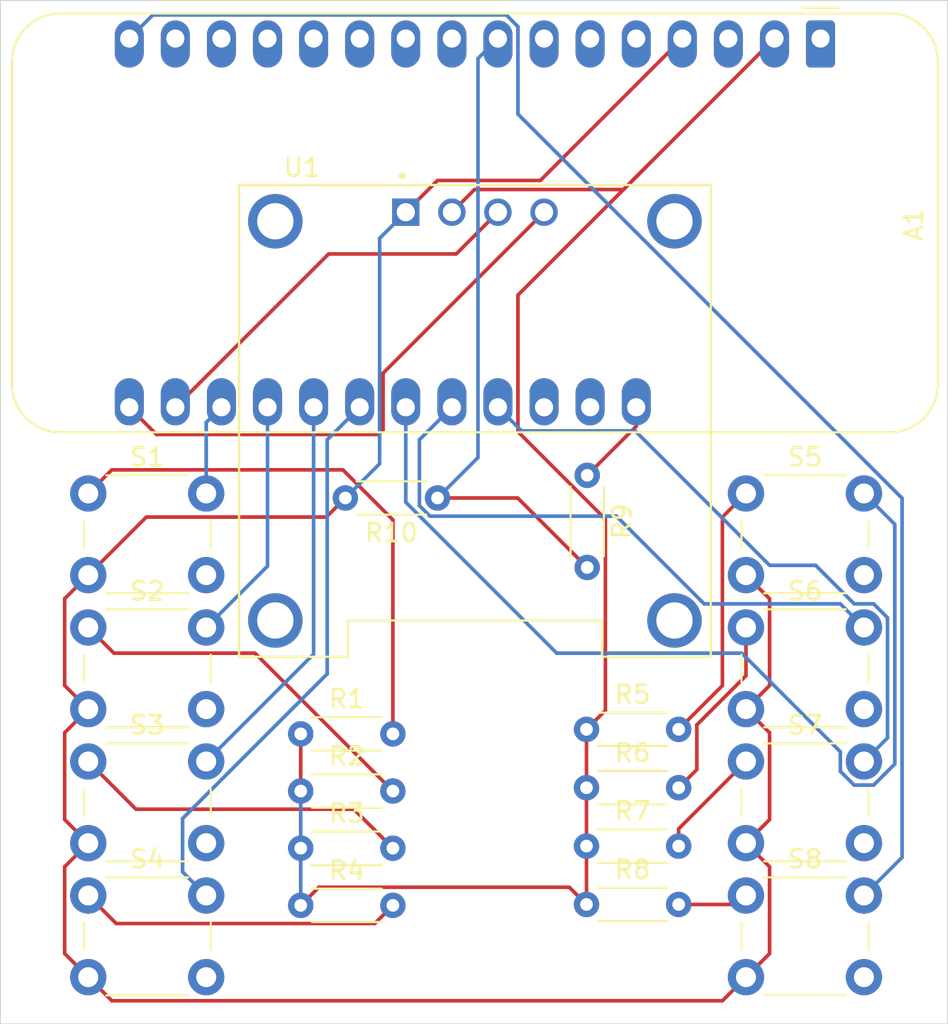
<source format=kicad_pcb>
(kicad_pcb (version 20241229) (generator "pcbnew") (generator_version "9.0")
  (layers (0 "F.Cu" signal) (2 "B.Cu" signal) (13 "F.Paste" user) (15 "B.Paste" user) (5 "F.SilkS" user "F.Silkscreen") (7 "B.SilkS" user "B.Silkscreen") (1 "F.Mask" user) (3 "B.Mask" user) (25 "Edge.Cuts" user))
  (net 0 "")
  (net 1 "Net-(A1-GND)")
  (net 2 "Net-(A1-D0)")
  (net 4 "Net-(A1-D1)")
  (net 5 "Net-(A1-SPARE)")
  (net 6 "Net-(A1-D2)")
  (net 8 "Net-(A1-D6)")
  (net 13 "Net-(A1-3V3)")
  (net 14 "Net-(A1-SCL)")
  (net 18 "Net-(A1-SDA)")
  (net 21 "Net-(A1-D3)")
  (net 23 "Net-(A1-D5)")
  (net 26 "Net-(A1-A3)")
  (net 27 "Net-(A1-VBAT)")
  (net 28 "Net-(A1-D4)")
  (net 29 "Net-(R1-Pad2)")
  (net 31 "Net-(R2-Pad2)")
  (net 32 "Net-(R3-Pad2)")
  (net 33 "Net-(R4-Pad2)")
  (net 34 "Net-(R5-Pad2)")
  (net 35 "Net-(R6-Pad2)")
  (net 36 "Net-(R7-Pad2)")
  (net 37 "Net-(R8-Pad2)")
  (footprint "Resistor_THT:R_Axial_DIN0204_L3.6mm_D1.6mm_P5.08mm_Horizontal" (layer "F.Cu") (at 140.549 120.719)
    (property "Reference" "R3" (at 2.54 -1.92 0) (layer "F.SilkS"))
    (property "Value" "10K")
    (fp_line (start 0.62 -0.92) (end 4.46 -0.92) (stroke (width 0.12)) (layer "F.SilkS"))
    (fp_line (start 0.62 0.92) (end 4.46 0.92) (stroke (width 0.12)) (layer "F.SilkS"))
    (pad "1" thru_hole circle (at 0 0) (size 1.4 1.4) (drill 0.7) (layers "*.Cu" "*.Mask") (net 13 "Net-(A1-3V3)"))
    (pad "2" thru_hole oval (at 5.08 0) (size 1.4 1.4) (drill 0.7) (layers "*.Cu" "*.Mask") (net 32 "Net-(R3-Pad2)"))
  )
  (footprint "Resistor_THT:R_Axial_DIN0204_L3.6mm_D1.6mm_P5.08mm_Horizontal" (layer "F.Cu") (at 156.299 117.385667)
    (property "Reference" "R6" (at 2.54 -1.92 0) (layer "F.SilkS"))
    (property "Value" "10K")
    (fp_line (start 0.62 -0.92) (end 4.46 -0.92) (stroke (width 0.12)) (layer "F.SilkS"))
    (fp_line (start 0.62 0.92) (end 4.46 0.92) (stroke (width 0.12)) (layer "F.SilkS"))
    (pad "1" thru_hole circle (at 0 0) (size 1.4 1.4) (drill 0.7) (layers "*.Cu" "*.Mask") (net 13 "Net-(A1-3V3)"))
    (pad "2" thru_hole oval (at 5.08 0) (size 1.4 1.4) (drill 0.7) (layers "*.Cu" "*.Mask") (net 35 "Net-(R6-Pad2)"))
  )
  (footprint "OLED 124x64:MODULE_DM-OLED096-636" (layer "F.Cu") (at 150.149 97.169)
    (property "Reference" "U1" (at -9.525 -13.97 0) (layer "F.SilkS"))
    (property "Value" "DM-OLED096-636")
    (fp_line (start -13 -13) (end 13 -13) (stroke (width 0.127)) (layer "F.SilkS"))
    (fp_line (start -13 13) (end -13 -13) (stroke (width 0.127)) (layer "F.SilkS"))
    (fp_line (start -7 11) (end -7 13) (stroke (width 0.127)) (layer "F.SilkS"))
    (fp_line (start -7 13) (end -13 13) (stroke (width 0.127)) (layer "F.SilkS"))
    (fp_line (start 7 11) (end -7 11) (stroke (width 0.127)) (layer "F.SilkS"))
    (fp_line (start 7 13) (end 7 11) (stroke (width 0.127)) (layer "F.SilkS"))
    (fp_line (start 13 -13) (end 13 13) (stroke (width 0.127)) (layer "F.SilkS"))
    (fp_line (start 13 13) (end 7 13) (stroke (width 0.127)) (layer "F.SilkS"))
    (fp_circle (center -4 -13.5) (end -3.9 -13.5) (stroke (width 0.2)) (fill no) (layer "F.SilkS"))
    (pad "1" thru_hole rect (at -3.81 -11.5) (size 1.508 1.508) (drill 1) (layers "*.Cu" "*.Mask") (net 1 "Net-(A1-GND)"))
    (pad "2" thru_hole circle (at -1.27 -11.5) (size 1.508 1.508) (drill 1) (layers "*.Cu" "*.Mask") (net 13 "Net-(A1-3V3)"))
    (pad "3" thru_hole circle (at 1.27 -11.5) (size 1.508 1.508) (drill 1) (layers "*.Cu" "*.Mask") (net 14 "Net-(A1-SCL)"))
    (pad "4" thru_hole circle (at 3.81 -11.5) (size 1.508 1.508) (drill 1) (layers "*.Cu" "*.Mask") (net 18 "Net-(A1-SDA)"))
    (pad "S1" thru_hole circle (at -11 -11) (size 3 3) (drill 2) (layers "*.Cu" "*.Mask"))
    (pad "S2" thru_hole circle (at 11 -11) (size 3 3) (drill 2) (layers "*.Cu" "*.Mask"))
    (pad "S3" thru_hole circle (at 11 11) (size 3 3) (drill 2) (layers "*.Cu" "*.Mask"))
    (pad "S4" thru_hole circle (at -11 11) (size 3 3) (drill 2) (layers "*.Cu" "*.Mask"))
  )
  (footprint "Button propper pads:SW_PUSH_6mm_H4.3mm(PROPERBUTTON)" (layer "F.Cu") (at 165.089 115.940429)
    (property "Reference" "S7" (at 3.25 -2 0) (layer "F.SilkS"))
    (property "Value" "TS02-66-70-BK-100-LCR-D" (hide yes))
    (fp_line (start -0.25 1.5) (end -0.25 3) (stroke (width 0.12)) (layer "F.SilkS"))
    (fp_line (start 1 5.5) (end 5.5 5.5) (stroke (width 0.12)) (layer "F.SilkS"))
    (fp_line (start 5.5 -1) (end 1 -1) (stroke (width 0.12)) (layer "F.SilkS"))
    (fp_line (start 6.75 3) (end 6.75 1.5) (stroke (width 0.12)) (layer "F.SilkS"))
    (pad "1" thru_hole circle (at 0 0 90) (size 2 2) (drill 1.1) (layers "*.Cu" "*.Mask") (net 36 "Net-(R7-Pad2)"))
    (pad "2" thru_hole circle (at 6.5 0 90) (size 2 2) (drill 1.1) (layers "*.Cu" "*.Mask") (net 8 "Net-(A1-D6)"))
    (pad "3" thru_hole circle (at 0 4.5 90) (size 2 2) (drill 1.1) (layers "*.Cu" "*.Mask") (net 1 "Net-(A1-GND)"))
    (pad "4" thru_hole circle (at 6.5 4.5 90) (size 2 2) (drill 1.1) (layers "*.Cu" "*.Mask"))
  )
  (footprint "Button propper pads:SW_PUSH_6mm_H4.3mm(PROPERBUTTON)" (layer "F.Cu") (at 165.089 123.326143)
    (property "Reference" "S8" (at 3.25 -2 0) (layer "F.SilkS"))
    (property "Value" "TS02-66-70-BK-100-LCR-D" (hide yes))
    (fp_line (start -0.25 1.5) (end -0.25 3) (stroke (width 0.12)) (layer "F.SilkS"))
    (fp_line (start 1 5.5) (end 5.5 5.5) (stroke (width 0.12)) (layer "F.SilkS"))
    (fp_line (start 5.5 -1) (end 1 -1) (stroke (width 0.12)) (layer "F.SilkS"))
    (fp_line (start 6.75 3) (end 6.75 1.5) (stroke (width 0.12)) (layer "F.SilkS"))
    (pad "1" thru_hole circle (at 0 0 90) (size 2 2) (drill 1.1) (layers "*.Cu" "*.Mask") (net 37 "Net-(R8-Pad2)"))
    (pad "2" thru_hole circle (at 6.5 0 90) (size 2 2) (drill 1.1) (layers "*.Cu" "*.Mask") (net 5 "Net-(A1-SPARE)"))
    (pad "3" thru_hole circle (at 0 4.5 90) (size 2 2) (drill 1.1) (layers "*.Cu" "*.Mask") (net 1 "Net-(A1-GND)"))
    (pad "4" thru_hole circle (at 6.5 4.5 90) (size 2 2) (drill 1.1) (layers "*.Cu" "*.Mask"))
  )
  (footprint "Resistor_THT:R_Axial_DIN0204_L3.6mm_D1.6mm_P5.08mm_Horizontal" (layer "F.Cu") (at 140.549 123.869)
    (property "Reference" "R4" (at 2.54 -1.92 0) (layer "F.SilkS"))
    (property "Value" "10K")
    (fp_line (start 0.62 -0.92) (end 4.46 -0.92) (stroke (width 0.12)) (layer "F.SilkS"))
    (fp_line (start 0.62 0.92) (end 4.46 0.92) (stroke (width 0.12)) (layer "F.SilkS"))
    (pad "1" thru_hole circle (at 0 0) (size 1.4 1.4) (drill 0.7) (layers "*.Cu" "*.Mask") (net 13 "Net-(A1-3V3)"))
    (pad "2" thru_hole oval (at 5.08 0) (size 1.4 1.4) (drill 0.7) (layers "*.Cu" "*.Mask") (net 33 "Net-(R4-Pad2)"))
  )
  (footprint "Button propper pads:SW_PUSH_6mm_H4.3mm(PROPERBUTTON)" (layer "F.Cu") (at 128.839 115.940429)
    (property "Reference" "S3" (at 3.25 -2 0) (layer "F.SilkS"))
    (property "Value" "TS02-66-70-BK-100-LCR-D" (hide yes))
    (fp_line (start -0.25 1.5) (end -0.25 3) (stroke (width 0.12)) (layer "F.SilkS"))
    (fp_line (start 1 5.5) (end 5.5 5.5) (stroke (width 0.12)) (layer "F.SilkS"))
    (fp_line (start 5.5 -1) (end 1 -1) (stroke (width 0.12)) (layer "F.SilkS"))
    (fp_line (start 6.75 3) (end 6.75 1.5) (stroke (width 0.12)) (layer "F.SilkS"))
    (pad "1" thru_hole circle (at 0 0 90) (size 2 2) (drill 1.1) (layers "*.Cu" "*.Mask") (net 32 "Net-(R3-Pad2)"))
    (pad "2" thru_hole circle (at 6.5 0 90) (size 2 2) (drill 1.1) (layers "*.Cu" "*.Mask") (net 6 "Net-(A1-D2)"))
    (pad "3" thru_hole circle (at 0 4.5 90) (size 2 2) (drill 1.1) (layers "*.Cu" "*.Mask") (net 1 "Net-(A1-GND)"))
    (pad "4" thru_hole circle (at 6.5 4.5 90) (size 2 2) (drill 1.1) (layers "*.Cu" "*.Mask"))
  )
  (footprint "Resistor_THT:R_Axial_DIN0204_L3.6mm_D1.6mm_P5.08mm_Horizontal" (layer "F.Cu") (at 140.549 114.419)
    (property "Reference" "R1" (at 2.54 -1.92 0) (layer "F.SilkS"))
    (property "Value" "10K")
    (fp_line (start 0.62 -0.92) (end 4.46 -0.92) (stroke (width 0.12)) (layer "F.SilkS"))
    (fp_line (start 0.62 0.92) (end 4.46 0.92) (stroke (width 0.12)) (layer "F.SilkS"))
    (pad "1" thru_hole circle (at 0 0) (size 1.4 1.4) (drill 0.7) (layers "*.Cu" "*.Mask") (net 13 "Net-(A1-3V3)"))
    (pad "2" thru_hole oval (at 5.08 0) (size 1.4 1.4) (drill 0.7) (layers "*.Cu" "*.Mask") (net 29 "Net-(R1-Pad2)"))
  )
  (footprint "Module:Adafruit_Feather" (layer "F.Cu") (at 169.199 76.099 -90)
    (property "Reference" "A1" (at 10.25 -5.13 90) (layer "F.SilkS"))
    (property "Value" "Adafruit_Feather_Generic")
    (fp_line (start 19.05 44.56) (end 1.27 44.56) (stroke (width 0.12)) (layer "F.SilkS"))
    (fp_line (start -1.7 1) (end -1.7 -1) (stroke (width 0.12)) (layer "F.SilkS"))
    (fp_line (start -1.38 -3.81) (end -1.38 41.91) (stroke (width 0.12)) (layer "F.SilkS"))
    (fp_line (start 21.7 -3.81) (end 21.7 41.91) (stroke (width 0.12)) (layer "F.SilkS"))
    (fp_line (start 19.05 -6.46) (end 1.27 -6.46) (stroke (width 0.12)) (layer "F.SilkS"))
    (fp_arc (start 1.27 44.56) (mid -0.603833 43.783833) (end -1.38 41.91) (stroke (width 0.12)) (layer "F.SilkS"))
    (fp_arc (start 21.7 41.91) (mid 20.923833 43.783833) (end 19.05 44.56) (stroke (width 0.12)) (layer "F.SilkS"))
    (fp_arc (start -1.38 -3.81) (mid -0.603833 -5.683833) (end 1.27 -6.46) (stroke (width 0.12)) (layer "F.SilkS"))
    (fp_arc (start 19.05 -6.46) (mid 20.923833 -5.683833) (end 21.7 -3.81) (stroke (width 0.12)) (layer "F.SilkS"))
    (pad "1" thru_hole roundrect (at 0 0 270) (size 2.6 1.6) (drill 1 (offset 0.3 0)) (layers "*.Cu" "*.Mask") (roundrect_rratio 0.15625))
    (pad "2" thru_hole oval (at 0 2.54 270) (size 2.6 1.6) (drill 1 (offset 0.3 0)) (layers "*.Cu" "*.Mask") (net 13 "Net-(A1-3V3)"))
    (pad "3" thru_hole oval (at 0 5.08 270) (size 2.6 1.6) (drill 1 (offset 0.3 0)) (layers "*.Cu" "*.Mask"))
    (pad "4" thru_hole oval (at 0 7.62 270) (size 2.6 1.6) (drill 1 (offset 0.3 0)) (layers "*.Cu" "*.Mask") (net 1 "Net-(A1-GND)"))
    (pad "5" thru_hole oval (at 0 10.16 270) (size 2.6 1.6) (drill 1 (offset 0.3 0)) (layers "*.Cu" "*.Mask"))
    (pad "6" thru_hole oval (at 0 12.7 270) (size 2.6 1.6) (drill 1 (offset 0.3 0)) (layers "*.Cu" "*.Mask"))
    (pad "7" thru_hole oval (at 0 15.24 270) (size 2.6 1.6) (drill 1 (offset 0.3 0)) (layers "*.Cu" "*.Mask"))
    (pad "8" thru_hole oval (at 0 17.78 270) (size 2.6 1.6) (drill 1 (offset 0.3 0)) (layers "*.Cu" "*.Mask") (net 26 "Net-(A1-A3)"))
    (pad "9" thru_hole oval (at 0 20.32 270) (size 2.6 1.6) (drill 1 (offset 0.3 0)) (layers "*.Cu" "*.Mask"))
    (pad "10" thru_hole oval (at 0 22.86 270) (size 2.6 1.6) (drill 1 (offset 0.3 0)) (layers "*.Cu" "*.Mask"))
    (pad "11" thru_hole oval (at 0 25.4 270) (size 2.6 1.6) (drill 1 (offset 0.3 0)) (layers "*.Cu" "*.Mask"))
    (pad "12" thru_hole oval (at 0 27.94 270) (size 2.6 1.6) (drill 1 (offset 0.3 0)) (layers "*.Cu" "*.Mask"))
    (pad "13" thru_hole oval (at 0 30.48 270) (size 2.6 1.6) (drill 1 (offset 0.3 0)) (layers "*.Cu" "*.Mask"))
    (pad "14" thru_hole oval (at 0 33.02 270) (size 2.6 1.6) (drill 1 (offset 0.3 0)) (layers "*.Cu" "*.Mask"))
    (pad "15" thru_hole oval (at 0 35.56 270) (size 2.6 1.6) (drill 1 (offset 0.3 0)) (layers "*.Cu" "*.Mask"))
    (pad "16" thru_hole oval (at 0 38.1 270) (size 2.6 1.6) (drill 1 (offset 0.3 0)) (layers "*.Cu" "*.Mask") (net 5 "Net-(A1-SPARE)"))
    (pad "17" thru_hole oval (at 20.32 38.1 90) (size 2.6 1.6) (drill 1 (offset 0.3 0)) (layers "*.Cu" "*.Mask") (net 18 "Net-(A1-SDA)"))
    (pad "18" thru_hole oval (at 20.32 35.56 90) (size 2.6 1.6) (drill 1 (offset 0.3 0)) (layers "*.Cu" "*.Mask") (net 14 "Net-(A1-SCL)"))
    (pad "19" thru_hole oval (at 20.32 33.02 90) (size 2.6 1.6) (drill 1 (offset 0.3 0)) (layers "*.Cu" "*.Mask") (net 2 "Net-(A1-D0)"))
    (pad "20" thru_hole oval (at 20.32 30.48 90) (size 2.6 1.6) (drill 1 (offset 0.3 0)) (layers "*.Cu" "*.Mask") (net 4 "Net-(A1-D1)"))
    (pad "21" thru_hole oval (at 20.32 27.94 90) (size 2.6 1.6) (drill 1 (offset 0.3 0)) (layers "*.Cu" "*.Mask") (net 6 "Net-(A1-D2)"))
    (pad "22" thru_hole oval (at 20.32 25.4 90) (size 2.6 1.6) (drill 1 (offset 0.3 0)) (layers "*.Cu" "*.Mask") (net 21 "Net-(A1-D3)"))
    (pad "23" thru_hole oval (at 20.32 22.86 90) (size 2.6 1.6) (drill 1 (offset 0.3 0)) (layers "*.Cu" "*.Mask") (net 28 "Net-(A1-D4)"))
    (pad "24" thru_hole oval (at 20.32 20.32 90) (size 2.6 1.6) (drill 1 (offset 0.3 0)) (layers "*.Cu" "*.Mask") (net 23 "Net-(A1-D5)"))
    (pad "25" thru_hole oval (at 20.32 17.78 90) (size 2.6 1.6) (drill 1 (offset 0.3 0)) (layers "*.Cu" "*.Mask") (net 8 "Net-(A1-D6)"))
    (pad "26" thru_hole oval (at 20.32 15.24 90) (size 2.6 1.6) (drill 1 (offset 0.3 0)) (layers "*.Cu" "*.Mask"))
    (pad "27" thru_hole oval (at 20.32 12.7 90) (size 2.6 1.6) (drill 1 (offset 0.3 0)) (layers "*.Cu" "*.Mask"))
    (pad "28" thru_hole oval (at 20.32 10.16 90) (size 2.6 1.6) (drill 1 (offset 0.3 0)) (layers "*.Cu" "*.Mask") (net 27 "Net-(A1-VBAT)"))
  )
  (footprint "Resistor_THT:R_Axial_DIN0204_L3.6mm_D1.6mm_P5.08mm_Horizontal" (layer "F.Cu") (at 156.299 114.169)
    (property "Reference" "R5" (at 2.54 -1.92 0) (layer "F.SilkS"))
    (property "Value" "10K")
    (fp_line (start 0.62 -0.92) (end 4.46 -0.92) (stroke (width 0.12)) (layer "F.SilkS"))
    (fp_line (start 0.62 0.92) (end 4.46 0.92) (stroke (width 0.12)) (layer "F.SilkS"))
    (pad "1" thru_hole circle (at 0 0) (size 1.4 1.4) (drill 0.7) (layers "*.Cu" "*.Mask") (net 13 "Net-(A1-3V3)"))
    (pad "2" thru_hole oval (at 5.08 0) (size 1.4 1.4) (drill 0.7) (layers "*.Cu" "*.Mask") (net 34 "Net-(R5-Pad2)"))
  )
  (footprint "Button propper pads:SW_PUSH_6mm_H4.3mm(PROPERBUTTON)" (layer "F.Cu") (at 128.839 101.169)
    (property "Reference" "S1" (at 3.25 -2 0) (layer "F.SilkS"))
    (property "Value" "TS02-66-70-BK-100-LCR-D" (hide yes))
    (fp_line (start -0.25 1.5) (end -0.25 3) (stroke (width 0.12)) (layer "F.SilkS"))
    (fp_line (start 1 5.5) (end 5.5 5.5) (stroke (width 0.12)) (layer "F.SilkS"))
    (fp_line (start 5.5 -1) (end 1 -1) (stroke (width 0.12)) (layer "F.SilkS"))
    (fp_line (start 6.75 3) (end 6.75 1.5) (stroke (width 0.12)) (layer "F.SilkS"))
    (pad "1" thru_hole circle (at 0 0 90) (size 2 2) (drill 1.1) (layers "*.Cu" "*.Mask") (net 29 "Net-(R1-Pad2)"))
    (pad "2" thru_hole circle (at 6.5 0 90) (size 2 2) (drill 1.1) (layers "*.Cu" "*.Mask") (net 2 "Net-(A1-D0)"))
    (pad "3" thru_hole circle (at 0 4.5 90) (size 2 2) (drill 1.1) (layers "*.Cu" "*.Mask") (net 1 "Net-(A1-GND)"))
    (pad "4" thru_hole circle (at 6.5 4.5 90) (size 2 2) (drill 1.1) (layers "*.Cu" "*.Mask"))
  )
  (footprint "Resistor_THT:R_Axial_DIN0204_L3.6mm_D1.6mm_P5.08mm_Horizontal" (layer "F.Cu") (at 156.339 100.169 -90)
    (property "Reference" "R9" (at 2.54 -1.92 90) (layer "F.SilkS"))
    (property "Value" "100k")
    (fp_line (start 0.62 0.92) (end 4.46 0.92) (stroke (width 0.12)) (layer "F.SilkS"))
    (fp_line (start 0.62 -0.92) (end 4.46 -0.92) (stroke (width 0.12)) (layer "F.SilkS"))
    (pad "1" thru_hole circle (at 0 0 270) (size 1.4 1.4) (drill 0.7) (layers "*.Cu" "*.Mask") (net 27 "Net-(A1-VBAT)"))
    (pad "2" thru_hole oval (at 5.08 0 270) (size 1.4 1.4) (drill 0.7) (layers "*.Cu" "*.Mask") (net 26 "Net-(A1-A3)"))
  )
  (footprint "Button propper pads:SW_PUSH_6mm_H4.3mm(PROPERBUTTON)" (layer "F.Cu") (at 128.839 108.554714)
    (property "Reference" "S2" (at 3.25 -2 0) (layer "F.SilkS"))
    (property "Value" "TS02-66-70-BK-100-LCR-D" (hide yes))
    (fp_line (start -0.25 1.5) (end -0.25 3) (stroke (width 0.12)) (layer "F.SilkS"))
    (fp_line (start 1 5.5) (end 5.5 5.5) (stroke (width 0.12)) (layer "F.SilkS"))
    (fp_line (start 5.5 -1) (end 1 -1) (stroke (width 0.12)) (layer "F.SilkS"))
    (fp_line (start 6.75 3) (end 6.75 1.5) (stroke (width 0.12)) (layer "F.SilkS"))
    (pad "1" thru_hole circle (at 0 0 90) (size 2 2) (drill 1.1) (layers "*.Cu" "*.Mask") (net 31 "Net-(R2-Pad2)"))
    (pad "2" thru_hole circle (at 6.5 0 90) (size 2 2) (drill 1.1) (layers "*.Cu" "*.Mask") (net 4 "Net-(A1-D1)"))
    (pad "3" thru_hole circle (at 0 4.5 90) (size 2 2) (drill 1.1) (layers "*.Cu" "*.Mask") (net 1 "Net-(A1-GND)"))
    (pad "4" thru_hole circle (at 6.5 4.5 90) (size 2 2) (drill 1.1) (layers "*.Cu" "*.Mask"))
  )
  (footprint "Resistor_THT:R_Axial_DIN0204_L3.6mm_D1.6mm_P5.08mm_Horizontal" (layer "F.Cu") (at 156.299 120.602333)
    (property "Reference" "R7" (at 2.54 -1.92 0) (layer "F.SilkS"))
    (property "Value" "10K")
    (fp_line (start 0.62 -0.92) (end 4.46 -0.92) (stroke (width 0.12)) (layer "F.SilkS"))
    (fp_line (start 0.62 0.92) (end 4.46 0.92) (stroke (width 0.12)) (layer "F.SilkS"))
    (pad "1" thru_hole circle (at 0 0) (size 1.4 1.4) (drill 0.7) (layers "*.Cu" "*.Mask") (net 13 "Net-(A1-3V3)"))
    (pad "2" thru_hole oval (at 5.08 0) (size 1.4 1.4) (drill 0.7) (layers "*.Cu" "*.Mask") (net 36 "Net-(R7-Pad2)"))
  )
  (footprint "Resistor_THT:R_Axial_DIN0204_L3.6mm_D1.6mm_P5.08mm_Horizontal" (layer "F.Cu") (at 148.089 101.419 180)
    (property "Reference" "R10" (at 2.54 -1.92 0) (layer "F.SilkS"))
    (property "Value" "100k")
    (fp_line (start 0.62 0.92) (end 4.46 0.92) (stroke (width 0.12)) (layer "F.SilkS"))
    (fp_line (start 0.62 -0.92) (end 4.46 -0.92) (stroke (width 0.12)) (layer "F.SilkS"))
    (pad "1" thru_hole circle (at 0 0 180) (size 1.4 1.4) (drill 0.7) (layers "*.Cu" "*.Mask") (net 26 "Net-(A1-A3)"))
    (pad "2" thru_hole oval (at 5.08 0 180) (size 1.4 1.4) (drill 0.7) (layers "*.Cu" "*.Mask") (net 1 "Net-(A1-GND)"))
  )
  (footprint "Button propper pads:SW_PUSH_6mm_H4.3mm(PROPERBUTTON)" (layer "F.Cu") (at 128.839 123.326143)
    (property "Reference" "S4" (at 3.25 -2 0) (layer "F.SilkS"))
    (property "Value" "TS02-66-70-BK-100-LCR-D" (hide yes))
    (fp_line (start -0.25 1.5) (end -0.25 3) (stroke (width 0.12)) (layer "F.SilkS"))
    (fp_line (start 1 5.5) (end 5.5 5.5) (stroke (width 0.12)) (layer "F.SilkS"))
    (fp_line (start 5.5 -1) (end 1 -1) (stroke (width 0.12)) (layer "F.SilkS"))
    (fp_line (start 6.75 3) (end 6.75 1.5) (stroke (width 0.12)) (layer "F.SilkS"))
    (pad "1" thru_hole circle (at 0 0 90) (size 2 2) (drill 1.1) (layers "*.Cu" "*.Mask") (net 33 "Net-(R4-Pad2)"))
    (pad "2" thru_hole circle (at 6.5 0 90) (size 2 2) (drill 1.1) (layers "*.Cu" "*.Mask") (net 21 "Net-(A1-D3)"))
    (pad "3" thru_hole circle (at 0 4.5 90) (size 2 2) (drill 1.1) (layers "*.Cu" "*.Mask") (net 1 "Net-(A1-GND)"))
    (pad "4" thru_hole circle (at 6.5 4.5 90) (size 2 2) (drill 1.1) (layers "*.Cu" "*.Mask"))
  )
  (footprint "Button propper pads:SW_PUSH_6mm_H4.3mm(PROPERBUTTON)" (layer "F.Cu") (at 165.089 108.554714)
    (property "Reference" "S6" (at 3.25 -2 0) (layer "F.SilkS"))
    (property "Value" "TS02-66-70-BK-100-LCR-D" (hide yes))
    (fp_line (start -0.25 1.5) (end -0.25 3) (stroke (width 0.12)) (layer "F.SilkS"))
    (fp_line (start 1 5.5) (end 5.5 5.5) (stroke (width 0.12)) (layer "F.SilkS"))
    (fp_line (start 5.5 -1) (end 1 -1) (stroke (width 0.12)) (layer "F.SilkS"))
    (fp_line (start 6.75 3) (end 6.75 1.5) (stroke (width 0.12)) (layer "F.SilkS"))
    (pad "1" thru_hole circle (at 0 0 90) (size 2 2) (drill 1.1) (layers "*.Cu" "*.Mask") (net 35 "Net-(R6-Pad2)"))
    (pad "2" thru_hole circle (at 6.5 0 90) (size 2 2) (drill 1.1) (layers "*.Cu" "*.Mask") (net 23 "Net-(A1-D5)"))
    (pad "3" thru_hole circle (at 0 4.5 90) (size 2 2) (drill 1.1) (layers "*.Cu" "*.Mask") (net 1 "Net-(A1-GND)"))
    (pad "4" thru_hole circle (at 6.5 4.5 90) (size 2 2) (drill 1.1) (layers "*.Cu" "*.Mask"))
  )
  (footprint "Resistor_THT:R_Axial_DIN0204_L3.6mm_D1.6mm_P5.08mm_Horizontal" (layer "F.Cu") (at 140.549 117.569)
    (property "Reference" "R2" (at 2.54 -1.92 0) (layer "F.SilkS"))
    (property "Value" "10K")
    (fp_line (start 0.62 -0.92) (end 4.46 -0.92) (stroke (width 0.12)) (layer "F.SilkS"))
    (fp_line (start 0.62 0.92) (end 4.46 0.92) (stroke (width 0.12)) (layer "F.SilkS"))
    (pad "1" thru_hole circle (at 0 0) (size 1.4 1.4) (drill 0.7) (layers "*.Cu" "*.Mask") (net 13 "Net-(A1-3V3)"))
    (pad "2" thru_hole oval (at 5.08 0) (size 1.4 1.4) (drill 0.7) (layers "*.Cu" "*.Mask") (net 31 "Net-(R2-Pad2)"))
  )
  (footprint "Resistor_THT:R_Axial_DIN0204_L3.6mm_D1.6mm_P5.08mm_Horizontal" (layer "F.Cu") (at 156.299 123.819)
    (property "Reference" "R8" (at 2.54 -1.92 0) (layer "F.SilkS"))
    (property "Value" "10K")
    (fp_line (start 0.62 -0.92) (end 4.46 -0.92) (stroke (width 0.12)) (layer "F.SilkS"))
    (fp_line (start 0.62 0.92) (end 4.46 0.92) (stroke (width 0.12)) (layer "F.SilkS"))
    (pad "1" thru_hole circle (at 0 0) (size 1.4 1.4) (drill 0.7) (layers "*.Cu" "*.Mask") (net 13 "Net-(A1-3V3)"))
    (pad "2" thru_hole oval (at 5.08 0) (size 1.4 1.4) (drill 0.7) (layers "*.Cu" "*.Mask") (net 37 "Net-(R8-Pad2)"))
  )
  (footprint "Button propper pads:SW_PUSH_6mm_H4.3mm(PROPERBUTTON)" (layer "F.Cu") (at 165.089 101.169)
    (property "Reference" "S5" (at 3.25 -2 0) (layer "F.SilkS"))
    (property "Value" "TS02-66-70-BK-100-LCR-D" (hide yes))
    (fp_line (start -0.25 1.5) (end -0.25 3) (stroke (width 0.12)) (layer "F.SilkS"))
    (fp_line (start 1 5.5) (end 5.5 5.5) (stroke (width 0.12)) (layer "F.SilkS"))
    (fp_line (start 5.5 -1) (end 1 -1) (stroke (width 0.12)) (layer "F.SilkS"))
    (fp_line (start 6.75 3) (end 6.75 1.5) (stroke (width 0.12)) (layer "F.SilkS"))
    (pad "1" thru_hole circle (at 0 0 90) (size 2 2) (drill 1.1) (layers "*.Cu" "*.Mask") (net 34 "Net-(R5-Pad2)"))
    (pad "2" thru_hole circle (at 6.5 0 90) (size 2 2) (drill 1.1) (layers "*.Cu" "*.Mask") (net 28 "Net-(A1-D4)"))
    (pad "3" thru_hole circle (at 0 4.5 90) (size 2 2) (drill 1.1) (layers "*.Cu" "*.Mask") (net 1 "Net-(A1-GND)"))
    (pad "4" thru_hole circle (at 6.5 4.5 90) (size 2 2) (drill 1.1) (layers "*.Cu" "*.Mask"))
  )
  (gr_rect (start 124 74) (end 176.2 130.4) (stroke (width 0.05)) (fill no) (layer "Edge.Cuts"))
  (segment (start 166.39 114.355714) (end 165.089 113.054714) (width 0.2) (layer "F.Cu") (net 1))
  (segment (start 127.538 126.525143) (end 128.839 127.826143) (width 0.2) (layer "F.Cu") (net 1))
  (segment (start 166.39 126.525143) (end 166.39 121.741429) (width 0.2) (layer "F.Cu") (net 1))
  (segment (start 128.839 113.054714) (end 127.538 114.355714) (width 0.2) (layer "F.Cu") (net 1))
  (segment (start 128.839 120.440429) (end 127.538 121.741429) (width 0.2) (layer "F.Cu") (net 1))
  (segment (start 166.39 121.741429) (end 165.089 120.440429) (width 0.2) (layer "F.Cu") (net 1))
  (segment (start 128.839 105.669) (end 127.538 106.97) (width 0.2) (layer "F.Cu") (net 1))
  (segment (start 166.39 119.139429) (end 166.39 114.355714) (width 0.2) (layer "F.Cu") (net 1))
  (segment (start 148.089 83.919) (end 153.759 83.919) (width 0.2) (layer "F.Cu") (net 1))
  (segment (start 127.538 106.97) (end 127.538 111.753714) (width 0.2) (layer "F.Cu") (net 1))
  (segment (start 127.538 119.139429) (end 128.839 120.440429) (width 0.2) (layer "F.Cu") (net 1))
  (segment (start 130.14 129.127143) (end 163.788 129.127143) (width 0.2) (layer "F.Cu") (net 1))
  (segment (start 166.39 106.97) (end 165.089 105.669) (width 0.2) (layer "F.Cu") (net 1))
  (segment (start 132.038 102.47) (end 128.839 105.669) (width 0.2) (layer "F.Cu") (net 1))
  (segment (start 165.089 127.826143) (end 166.39 126.525143) (width 0.2) (layer "F.Cu") (net 1))
  (segment (start 146.339 85.669) (end 148.089 83.919) (width 0.2) (layer "F.Cu") (net 1))
  (segment (start 141.958 102.47) (end 132.038 102.47) (width 0.2) (layer "F.Cu") (net 1))
  (segment (start 143.009 101.419) (end 141.958 102.47) (width 0.2) (layer "F.Cu") (net 1))
  (segment (start 127.538 121.741429) (end 127.538 126.525143) (width 0.2) (layer "F.Cu") (net 1))
  (segment (start 128.839 127.826143) (end 130.14 129.127143) (width 0.2) (layer "F.Cu") (net 1))
  (segment (start 153.759 83.919) (end 161.579 76.099) (width 0.2) (layer "F.Cu") (net 1))
  (segment (start 166.39 111.753714) (end 166.39 106.97) (width 0.2) (layer "F.Cu") (net 1))
  (segment (start 127.538 114.355714) (end 127.538 119.139429) (width 0.2) (layer "F.Cu") (net 1))
  (segment (start 163.788 129.127143) (end 165.089 127.826143) (width 0.2) (layer "F.Cu") (net 1))
  (segment (start 127.538 111.753714) (end 128.839 113.054714) (width 0.2) (layer "F.Cu") (net 1))
  (segment (start 165.089 120.440429) (end 166.39 119.139429) (width 0.2) (layer "F.Cu") (net 1))
  (segment (start 165.089 113.054714) (end 166.39 111.753714) (width 0.2) (layer "F.Cu") (net 1))
  (segment (start 144.9 99.528) (end 144.9 87.108) (width 0.2) (layer "B.Cu") (net 1))
  (segment (start 144.9 87.108) (end 146.339 85.669) (width 0.2) (layer "B.Cu") (net 1))
  (segment (start 143.009 101.419) (end 144.9 99.528) (width 0.2) (layer "B.Cu") (net 1))
  (segment (start 135.339 97.259) (end 136.179 96.419) (width 0.2) (layer "B.Cu") (net 2))
  (segment (start 135.339 101.169) (end 135.339 97.259) (width 0.2) (layer "B.Cu") (net 2))
  (segment (start 135.339 108.554714) (end 138.719 105.174714) (width 0.2) (layer "B.Cu") (net 4))
  (segment (start 138.719 105.174714) (end 138.719 96.419) (width 0.2) (layer "B.Cu") (net 4))
  (segment (start 173.692 121.223143) (end 173.692 101.432108) (width 0.2) (layer "B.Cu") (net 5))
  (segment (start 171.589 123.326143) (end 173.692 121.223143) (width 0.2) (layer "B.Cu") (net 5))
  (segment (start 151.875049 74.798) (end 132.4 74.798) (width 0.2) (layer "B.Cu") (net 5))
  (segment (start 132.4 74.798) (end 131.099 76.099) (width 0.2) (layer "B.Cu") (net 5))
  (segment (start 152.52 80.260108) (end 152.52 75.442951) (width 0.2) (layer "B.Cu") (net 5))
  (segment (start 173.692 101.432108) (end 152.52 80.260108) (width 0.2) (layer "B.Cu") (net 5))
  (segment (start 152.52 75.442951) (end 151.875049 74.798) (width 0.2) (layer "B.Cu") (net 5))
  (segment (start 135.339 115.940429) (end 141.259 110.020429) (width 0.2) (layer "B.Cu") (net 6))
  (segment (start 141.259 110.020429) (end 141.259 96.419) (width 0.2) (layer "B.Cu") (net 6))
  (segment (start 172.127892 107.253714) (end 171.050108 107.253714) (width 0.2) (layer "B.Cu") (net 8))
  (segment (start 158.979892 97.72) (end 152.72 97.72) (width 0.2) (layer "B.Cu") (net 8))
  (segment (start 168.926502 105.130108) (end 166.39 105.130108) (width 0.2) (layer "B.Cu") (net 8))
  (segment (start 171.050108 107.253714) (end 168.926502 105.130108) (width 0.2) (layer "B.Cu") (net 8))
  (segment (start 166.39 105.130108) (end 158.979892 97.72) (width 0.2) (layer "B.Cu") (net 8))
  (segment (start 171.589 115.940429) (end 172.89 114.639429) (width 0.2) (layer "B.Cu") (net 8))
  (segment (start 172.89 114.639429) (end 172.89 108.015822) (width 0.2) (layer "B.Cu") (net 8))
  (segment (start 172.89 108.015822) (end 172.127892 107.253714) (width 0.2) (layer "B.Cu") (net 8))
  (segment (start 152.72 97.72) (end 151.419 96.419) (width 0.2) (layer "B.Cu") (net 8))
  (segment (start 156.299 123.819) (end 156.299 120.602333) (width 0.2) (layer "F.Cu") (net 13))
  (segment (start 150.129 84.419) (end 158.339 84.419) (width 0.2) (layer "F.Cu") (net 13))
  (segment (start 157.34 113.128) (end 157.34 102.585628) (width 0.2) (layer "F.Cu") (net 13))
  (segment (start 152.52 97.765628) (end 152.52 90.238) (width 0.2) (layer "F.Cu") (net 13))
  (segment (start 155.348 122.868) (end 156.299 123.819) (width 0.2) (layer "F.Cu") (net 13))
  (segment (start 141.55 122.868) (end 155.348 122.868) (width 0.2) (layer "F.Cu") (net 13))
  (segment (start 159.839 82.919) (end 166.659 76.099) (width 0.2) (layer "F.Cu") (net 13))
  (segment (start 140.549 123.869) (end 141.55 122.868) (width 0.2) (layer "F.Cu") (net 13))
  (segment (start 140.549 114.419) (end 140.549 117.569) (width 0.2) (layer "F.Cu") (net 13))
  (segment (start 158.339 84.419) (end 159.839 82.919) (width 0.2) (layer "F.Cu") (net 13))
  (segment (start 156.299 117.385667) (end 156.299 114.169) (width 0.2) (layer "F.Cu") (net 13))
  (segment (start 156.299 120.602333) (end 156.299 117.385667) (width 0.2) (layer "F.Cu") (net 13))
  (segment (start 148.879 85.669) (end 150.129 84.419) (width 0.2) (layer "F.Cu") (net 13))
  (segment (start 156.299 114.169) (end 157.34 113.128) (width 0.2) (layer "F.Cu") (net 13))
  (segment (start 152.52 90.238) (end 159.839 82.919) (width 0.2) (layer "F.Cu") (net 13))
  (segment (start 157.34 102.585628) (end 152.52 97.765628) (width 0.2) (layer "F.Cu") (net 13))
  (segment (start 140.549 117.569) (end 140.549 120.719) (width 0.2) (layer "B.Cu") (net 13))
  (segment (start 140.549 120.719) (end 140.549 123.869) (width 0.2) (layer "B.Cu") (net 13))
  (segment (start 151.419 85.669) (end 149.118 87.97) (width 0.2) (layer "F.Cu") (net 14))
  (segment (start 142.088 87.97) (end 133.639 96.419) (width 0.2) (layer "F.Cu") (net 14))
  (segment (start 149.118 87.97) (end 142.088 87.97) (width 0.2) (layer "F.Cu") (net 14))
  (segment (start 145.089 94.539) (end 145.089 97.669) (width 0.2) (layer "F.Cu") (net 18))
  (segment (start 153.959 85.669) (end 145.089 94.539) (width 0.2) (layer "F.Cu") (net 18))
  (segment (start 144.839 97.919) (end 132.599 97.919) (width 0.2) (layer "F.Cu") (net 18))
  (segment (start 132.599 97.919) (end 131.099 96.419) (width 0.2) (layer "F.Cu") (net 18))
  (segment (start 145.089 97.669) (end 144.839 97.919) (width 0.2) (layer "F.Cu") (net 18))
  (segment (start 142.008 111.111321) (end 142.008 98.21) (width 0.2) (layer "B.Cu") (net 21))
  (segment (start 134.038 119.081321) (end 142.008 111.111321) (width 0.2) (layer "B.Cu") (net 21))
  (segment (start 142.008 98.21) (end 143.799 96.419) (width 0.2) (layer "B.Cu") (net 21))
  (segment (start 135.339 123.326143) (end 134.038 122.025143) (width 0.2) (layer "B.Cu") (net 21))
  (segment (start 134.038 122.025143) (end 134.038 119.081321) (width 0.2) (layer "B.Cu") (net 21))
  (segment (start 171.589 108.554714) (end 170.288 107.253714) (width 0.2) (layer "B.Cu") (net 23))
  (segment (start 147.088 98.21) (end 148.879 96.419) (width 0.2) (layer "B.Cu") (net 23))
  (segment (start 162.780713 107.253714) (end 157.946999 102.42) (width 0.2) (layer "B.Cu") (net 23))
  (segment (start 170.288 107.253714) (end 162.780713 107.253714) (width 0.2) (layer "B.Cu") (net 23))
  (segment (start 157.946999 102.42) (end 147.674372 102.42) (width 0.2) (layer "B.Cu") (net 23))
  (segment (start 147.674372 102.42) (end 147.088 101.833628) (width 0.2) (layer "B.Cu") (net 23))
  (segment (start 147.088 101.833628) (end 147.088 98.21) (width 0.2) (layer "B.Cu") (net 23))
  (segment (start 148.089 101.419) (end 152.509 101.419) (width 0.2) (layer "F.Cu") (net 26))
  (segment (start 152.509 101.419) (end 156.339 105.249) (width 0.2) (layer "F.Cu") (net 26))
  (segment (start 150.318 99.19) (end 148.089 101.419) (width 0.2) (layer "B.Cu") (net 26))
  (segment (start 151.419 76.099) (end 150.318 77.2) (width 0.2) (layer "B.Cu") (net 26))
  (segment (start 150.318 77.2) (end 150.318 99.19) (width 0.2) (layer "B.Cu") (net 26))
  (segment (start 159.039 97.469) (end 159.039 96.419) (width 0.2) (layer "F.Cu") (net 27))
  (segment (start 156.339 100.169) (end 159.039 97.469) (width 0.2) (layer "F.Cu") (net 27))
  (segment (start 170.288 115.401537) (end 164.856463 109.97) (width 0.2) (layer "B.Cu") (net 28))
  (segment (start 164.856463 109.97) (end 154.657272 109.97) (width 0.2) (layer "B.Cu") (net 28))
  (segment (start 171.050108 117.241429) (end 170.288 116.479321) (width 0.2) (layer "B.Cu") (net 28))
  (segment (start 173.291 116.078321) (end 172.127892 117.241429) (width 0.2) (layer "B.Cu") (net 28))
  (segment (start 154.657272 109.97) (end 146.339 101.651728) (width 0.2) (layer "B.Cu") (net 28))
  (segment (start 146.339 101.651728) (end 146.339 96.419) (width 0.2) (layer "B.Cu") (net 28))
  (segment (start 170.288 116.479321) (end 170.288 115.401537) (width 0.2) (layer "B.Cu") (net 28))
  (segment (start 171.589 101.169) (end 173.291 102.871) (width 0.2) (layer "B.Cu") (net 28))
  (segment (start 172.127892 117.241429) (end 171.050108 117.241429) (width 0.2) (layer "B.Cu") (net 28))
  (segment (start 173.291 102.871) (end 173.291 116.078321) (width 0.2) (layer "B.Cu") (net 28))
  (segment (start 142.873628 99.868) (end 145.629 102.623372) (width 0.2) (layer "F.Cu") (net 29))
  (segment (start 128.839 101.169) (end 130.14 99.868) (width 0.2) (layer "F.Cu") (net 29))
  (segment (start 145.629 102.623372) (end 145.629 114.419) (width 0.2) (layer "F.Cu") (net 29))
  (segment (start 130.14 99.868) (end 142.873628 99.868) (width 0.2) (layer "F.Cu") (net 29))
  (segment (start 128.839 108.554714) (end 130.254286 109.97) (width 0.2) (layer "F.Cu") (net 31))
  (segment (start 130.254286 109.97) (end 138.03 109.97) (width 0.2) (layer "F.Cu") (net 31))
  (segment (start 138.03 109.97) (end 145.629 117.569) (width 0.2) (layer "F.Cu") (net 31))
  (segment (start 131.468571 118.57) (end 143.48 118.57) (width 0.2) (layer "F.Cu") (net 32))
  (segment (start 128.839 115.940429) (end 131.468571 118.57) (width 0.2) (layer "F.Cu") (net 32))
  (segment (start 143.48 118.57) (end 145.629 120.719) (width 0.2) (layer "F.Cu") (net 32))
  (segment (start 128.839 123.326143) (end 130.382857 124.87) (width 0.2) (layer "F.Cu") (net 33))
  (segment (start 130.382857 124.87) (end 144.628 124.87) (width 0.2) (layer "F.Cu") (net 33))
  (segment (start 144.628 124.87) (end 145.629 123.869) (width 0.2) (layer "F.Cu") (net 33))
  (segment (start 165.089 101.169) (end 163.788 102.47) (width 0.2) (layer "F.Cu") (net 34))
  (segment (start 163.788 111.76) (end 161.379 114.169) (width 0.2) (layer "F.Cu") (net 34))
  (segment (start 163.788 102.47) (end 163.788 111.76) (width 0.2) (layer "F.Cu") (net 34))
  (segment (start 162.38 116.384667) (end 161.379 117.385667) (width 0.2) (layer "F.Cu") (net 35))
  (segment (start 162.38 113.923822) (end 162.38 116.384667) (width 0.2) (layer "F.Cu") (net 35))
  (segment (start 165.089 111.214822) (end 162.38 113.923822) (width 0.2) (layer "F.Cu") (net 35))
  (segment (start 165.089 108.554714) (end 165.089 111.214822) (width 0.2) (layer "F.Cu") (net 35))
  (segment (start 165.089 115.940429) (end 161.379 119.650429) (width 0.2) (layer "F.Cu") (net 36))
  (segment (start 161.379 119.650429) (end 161.379 120.602333) (width 0.2) (layer "F.Cu") (net 36))
  (segment (start 164.596143 123.819) (end 165.089 123.326143) (width 0.2) (layer "F.Cu") (net 37))
  (segment (start 161.379 123.819) (end 164.596143 123.819) (width 0.2) (layer "F.Cu") (net 37))
)
</source>
